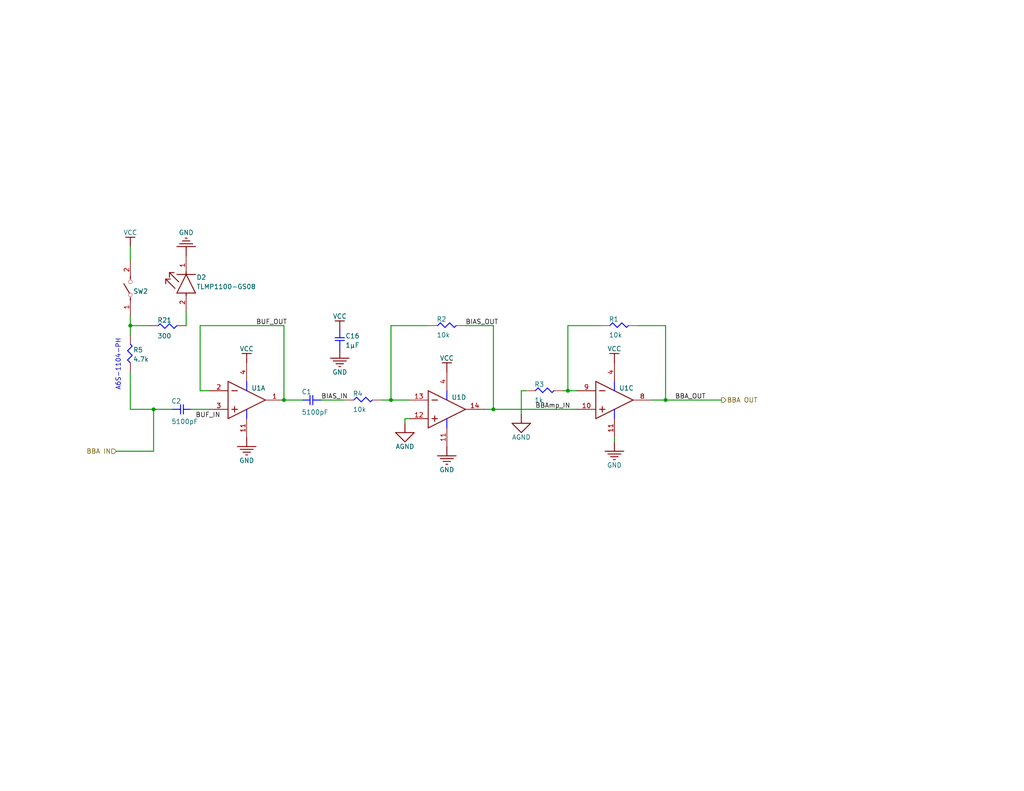
<source format=kicad_sch>
(kicad_sch (version 20230121) (generator eeschema)
  (paper "A")
  (lib_symbols
    (symbol "AcousticsSingleChannel-altium-import:AGND" (power)
      (property "Reference" "#PWR" (at 0 0 0))
      (property "Value" "AGND" (at 0 6.35 0))
      (symbol "AGND_0_0"
        (polyline (pts (xy 0 0) (xy 0 -2.54)) (stroke (width 0.254)))
        (polyline (pts (xy -2.54 -2.54) (xy 2.54 -2.54) (xy 0 -5.08) (xy -2.54 -2.54)) (stroke (width 0.254)))
        (pin power_in line (at 0 0 0) (length 0) hide (name "AGND") (number ""))
      )
    )
    (symbol "AcousticsSingleChannel-altium-import:BufferBiasAmp_0_ERJ-3EKF1001V"
      (symbol "BufferBiasAmp_0_ERJ-3EKF1001V_1_0"
        (polyline (pts (xy -1.778 0.762) (xy -2.54 0)) (stroke (width 0.254) (color 0 0 255 1)))
        (polyline (pts (xy -1.778 0.762) (xy -0.508 -0.508) (xy 0.762 0.762) (xy 2.032 -0.508) (xy 2.54 0)) (stroke (width 0.254) (color 0 0 255 1)))
        (pin passive line (at -5.08 0 0) (length 2.54) (name "1") (number "1"))
        (pin passive line (at 5.08 0 180) (length 2.54) (name "2") (number "2"))
      )
    )
    (symbol "AcousticsSingleChannel-altium-import:BufferBiasAmp_0_ERJ-3EKF1002V"
      (symbol "BufferBiasAmp_0_ERJ-3EKF1002V_1_0"
        (polyline (pts (xy -1.778 0.762) (xy -2.54 0)) (stroke (width 0.254) (color 0 0 255 1)))
        (polyline (pts (xy -1.778 0.762) (xy -0.508 -0.508) (xy 0.762 0.762) (xy 2.032 -0.508) (xy 2.54 0)) (stroke (width 0.254) (color 0 0 255 1)))
        (pin passive line (at -5.08 0 0) (length 2.54) (name "1") (number "1"))
        (pin passive line (at 5.08 0 180) (length 2.54) (name "2") (number "2"))
      )
    )
    (symbol "AcousticsSingleChannel-altium-import:BufferBiasAmp_0_TI-OPA16X4_4XXX-14"
      (symbol "BufferBiasAmp_0_TI-OPA16X4_4XXX-14_0_0"
        (pin power_in line (at 5.08 -15.24 90) (length 5.08) (name "V-") (number "11"))
        (pin power_in line (at 5.08 5.08 270) (length 5.08) (name "V+") (number "4"))
      )
      (symbol "BufferBiasAmp_0_TI-OPA16X4_4XXX-14_1_0"
        (polyline (pts (xy 0 -10.16) (xy 10.16 -5.08)) (stroke (width 0.254)))
        (polyline (pts (xy 0 0) (xy 0 -10.16)) (stroke (width 0.254)))
        (polyline (pts (xy 0 0) (xy 10.16 -5.08)) (stroke (width 0.254)))
        (polyline (pts (xy 1.016 -7.62) (xy 2.54 -7.62)) (stroke (width 0.254)))
        (polyline (pts (xy 1.016 -2.54) (xy 2.54 -2.54)) (stroke (width 0.254)))
        (polyline (pts (xy 1.778 -6.858) (xy 1.778 -8.382)) (stroke (width 0.254)))
        (polyline (pts (xy 5.08 -7.62) (xy 5.08 -10.16)) (stroke (width 0.254) (color 0 0 255 1)))
        (polyline (pts (xy 5.08 0) (xy 5.08 -2.54)) (stroke (width 0.254) (color 0 0 255 1)))
        (pin output line (at 15.24 -5.08 180) (length 5.08) (name "OUT_A") (number "1"))
        (pin input line (at -5.08 -2.54 0) (length 5.08) (name "IN_A-") (number "2"))
        (pin input line (at -5.08 -7.62 0) (length 5.08) (name "IN_A+") (number "3"))
      )
      (symbol "BufferBiasAmp_0_TI-OPA16X4_4XXX-14_2_0"
        (polyline (pts (xy 0 -10.16) (xy 10.16 -5.08)) (stroke (width 0.254)))
        (polyline (pts (xy 0 0) (xy 0 -10.16)) (stroke (width 0.254)))
        (polyline (pts (xy 0 0) (xy 10.16 -5.08)) (stroke (width 0.254)))
        (polyline (pts (xy 1.016 -7.62) (xy 2.54 -7.62)) (stroke (width 0.254)))
        (polyline (pts (xy 1.016 -2.54) (xy 2.54 -2.54)) (stroke (width 0.254)))
        (polyline (pts (xy 1.778 -6.858) (xy 1.778 -8.382)) (stroke (width 0.254)))
        (polyline (pts (xy 5.08 -7.62) (xy 5.08 -10.16)) (stroke (width 0.254) (color 0 0 255 1)))
        (polyline (pts (xy 5.08 0) (xy 5.08 -2.54)) (stroke (width 0.254) (color 0 0 255 1)))
        (pin input line (at -5.08 -7.62 0) (length 5.08) (name "IN_B+") (number "5"))
        (pin input line (at -5.08 -2.54 0) (length 5.08) (name "IN_B-") (number "6"))
        (pin output line (at 15.24 -5.08 180) (length 5.08) (name "OUT_B") (number "7"))
      )
      (symbol "BufferBiasAmp_0_TI-OPA16X4_4XXX-14_3_0"
        (polyline (pts (xy 0 -10.16) (xy 10.16 -5.08)) (stroke (width 0.254)))
        (polyline (pts (xy 0 0) (xy 0 -10.16)) (stroke (width 0.254)))
        (polyline (pts (xy 0 0) (xy 10.16 -5.08)) (stroke (width 0.254)))
        (polyline (pts (xy 1.016 -7.62) (xy 2.54 -7.62)) (stroke (width 0.254)))
        (polyline (pts (xy 1.016 -2.54) (xy 2.54 -2.54)) (stroke (width 0.254)))
        (polyline (pts (xy 1.778 -6.858) (xy 1.778 -8.382)) (stroke (width 0.254)))
        (polyline (pts (xy 5.08 -7.62) (xy 5.08 -10.16)) (stroke (width 0.254) (color 0 0 255 1)))
        (polyline (pts (xy 5.08 0) (xy 5.08 -2.54)) (stroke (width 0.254) (color 0 0 255 1)))
        (pin input line (at -5.08 -7.62 0) (length 5.08) (name "IN_C+") (number "10"))
        (pin output line (at 15.24 -5.08 180) (length 5.08) (name "OUT_C") (number "8"))
        (pin input line (at -5.08 -2.54 0) (length 5.08) (name "IN_C-") (number "9"))
      )
      (symbol "BufferBiasAmp_0_TI-OPA16X4_4XXX-14_4_0"
        (polyline (pts (xy 0 -10.16) (xy 10.16 -5.08)) (stroke (width 0.254)))
        (polyline (pts (xy 0 0) (xy 0 -10.16)) (stroke (width 0.254)))
        (polyline (pts (xy 0 0) (xy 10.16 -5.08)) (stroke (width 0.254)))
        (polyline (pts (xy 1.016 -7.62) (xy 2.54 -7.62)) (stroke (width 0.254)))
        (polyline (pts (xy 1.016 -2.54) (xy 2.54 -2.54)) (stroke (width 0.254)))
        (polyline (pts (xy 1.778 -6.858) (xy 1.778 -8.382)) (stroke (width 0.254)))
        (polyline (pts (xy 5.08 -7.62) (xy 5.08 -10.16)) (stroke (width 0.254) (color 0 0 255 1)))
        (polyline (pts (xy 5.08 0) (xy 5.08 -2.54)) (stroke (width 0.254) (color 0 0 255 1)))
        (pin input line (at -5.08 -7.62 0) (length 5.08) (name "IN_D+") (number "12"))
        (pin input line (at -5.08 -2.54 0) (length 5.08) (name "IN_D-") (number "13"))
        (pin output line (at 15.24 -5.08 180) (length 5.08) (name "OUT_D") (number "14"))
      )
    )
    (symbol "AcousticsSingleChannel-altium-import:BufferBiasAmp_1_8706943c75ba83719d021d2fdc84c58"
      (symbol "BufferBiasAmp_1_8706943c75ba83719d021d2fdc84c58_1_0"
        (polyline (pts (xy -5.588 8.89) (xy -5.588 7.62)) (stroke (width 0.254)))
        (polyline (pts (xy -5.588 8.89) (xy -4.318 8.89)) (stroke (width 0.254)))
        (polyline (pts (xy -4.572 10.668) (xy -4.572 9.398)) (stroke (width 0.254)))
        (polyline (pts (xy -4.572 10.668) (xy -3.302 10.668)) (stroke (width 0.254)))
        (polyline (pts (xy -3.048 6.35) (xy -5.588 8.89)) (stroke (width 0.254)))
        (polyline (pts (xy -2.54 5.08) (xy 0 10.16)) (stroke (width 0.254)))
        (polyline (pts (xy -2.54 5.08) (xy 2.54 5.08)) (stroke (width 0.254)))
        (polyline (pts (xy -2.54 10.16) (xy 2.54 10.16)) (stroke (width 0.254)))
        (polyline (pts (xy -2.032 8.128) (xy -4.572 10.668)) (stroke (width 0.254)))
        (polyline (pts (xy 0 5.08) (xy 0 4.318)) (stroke (width 0.254)))
        (polyline (pts (xy 0 10.16) (xy 0 10.922)) (stroke (width 0.254)))
        (polyline (pts (xy 2.54 5.08) (xy 0 10.16)) (stroke (width 0.254)))
        (pin passive line (at 0 15.24 270) (length 5.08) (name "C") (number "1"))
        (pin passive line (at 0 0 90) (length 5.08) (name "A") (number "2"))
      )
    )
    (symbol "AcousticsSingleChannel-altium-import:BufferBiasAmp_1_ERJ-3EKF4701V"
      (symbol "BufferBiasAmp_1_ERJ-3EKF4701V_1_0"
        (polyline (pts (xy -0.762 -1.778) (xy 0 -2.54)) (stroke (width 0.254) (color 0 0 255 1)))
        (polyline (pts (xy -0.762 -1.778) (xy 0.508 -0.508) (xy -0.762 0.762) (xy 0.508 2.032) (xy 0 2.54)) (stroke (width 0.254) (color 0 0 255 1)))
        (pin passive line (at 0 -5.08 90) (length 2.54) (name "1") (number "1"))
        (pin passive line (at 0 5.08 270) (length 2.54) (name "2") (number "2"))
      )
    )
    (symbol "AcousticsSingleChannel-altium-import:BufferBiasAmp_1_GRM1887U1H512JA01D"
      (symbol "BufferBiasAmp_1_GRM1887U1H512JA01D_1_0"
        (polyline (pts (xy -0.254 -1.27) (xy -0.254 1.27)) (stroke (width 0.254) (color 0 0 255 1)))
        (polyline (pts (xy -0.254 0) (xy -2.54 0)) (stroke (width 0.254) (color 0 0 255 1)))
        (polyline (pts (xy 0.508 -1.27) (xy 0.508 1.27)) (stroke (width 0.254) (color 0 0 255 1)))
        (polyline (pts (xy 2.54 0) (xy 0.508 0)) (stroke (width 0.254) (color 0 0 255 1)))
        (pin passive line (at -2.54 0 0) (length 0) (name "1") (number "1"))
        (pin passive line (at 2.54 0 180) (length 0) (name "2") (number "2"))
      )
    )
    (symbol "AcousticsSingleChannel-altium-import:BufferBiasAmp_1_Switch_Omron_A6S-1104-PH_eec"
      (symbol "BufferBiasAmp_1_Switch_Omron_A6S-1104-PH_eec_1_0"
        (circle (center 0 -1.778) (radius 0.508) (stroke (width 0.0001)))
        (polyline (pts (xy -0.254 -1.27) (xy -1.778 1.27)) (stroke (width 0.254)))
        (polyline (pts (xy 0 -2.54) (xy 0 -3.302)) (stroke (width 0.254)))
        (polyline (pts (xy 0 2.54) (xy 0 3.302)) (stroke (width 0.254)))
        (circle (center 0 1.778) (radius 0.508) (stroke (width 0.0001)))
        (pin passive line (at 0 -7.62 90) (length 5.08) (name "1") (number "1"))
        (pin passive line (at 0 7.62 270) (length 5.08) (name "2") (number "2"))
      )
    )
    (symbol "AcousticsSingleChannel-altium-import:BufferBiasAmp_2_ERJ-3EKF3000V"
      (symbol "BufferBiasAmp_2_ERJ-3EKF3000V_1_0"
        (polyline (pts (xy 1.778 -0.762) (xy 2.54 0)) (stroke (width 0.254) (color 0 0 255 1)))
        (polyline (pts (xy 1.778 -0.762) (xy 0.508 0.508) (xy -0.762 -0.762) (xy -2.032 0.508) (xy -2.54 0)) (stroke (width 0.254) (color 0 0 255 1)))
        (pin passive line (at 5.08 0 180) (length 2.54) (name "1") (number "1"))
        (pin passive line (at -5.08 0 0) (length 2.54) (name "2") (number "2"))
      )
    )
    (symbol "AcousticsSingleChannel-altium-import:BufferBiasAmp_2_GCM188R71C105KA64D"
      (symbol "BufferBiasAmp_2_GCM188R71C105KA64D_1_0"
        (polyline (pts (xy 0 -0.254) (xy 0 -2.54)) (stroke (width 0.254) (color 0 0 255 1)))
        (polyline (pts (xy 0 2.54) (xy 0 0.508)) (stroke (width 0.254) (color 0 0 255 1)))
        (polyline (pts (xy 1.27 -0.254) (xy -1.27 -0.254)) (stroke (width 0.254) (color 0 0 255 1)))
        (polyline (pts (xy 1.27 0.508) (xy -1.27 0.508)) (stroke (width 0.254) (color 0 0 255 1)))
        (pin passive line (at 0 -2.54 90) (length 0) (name "1") (number "1"))
        (pin passive line (at 0 2.54 270) (length 0) (name "2") (number "2"))
      )
    )
    (symbol "AcousticsSingleChannel-altium-import:BufferBiasAmp_3_GRM1887U1H512JA01D"
      (symbol "BufferBiasAmp_3_GRM1887U1H512JA01D_1_0"
        (polyline (pts (xy -2.54 0) (xy -0.508 0)) (stroke (width 0.254) (color 0 0 255 1)))
        (polyline (pts (xy -0.508 1.27) (xy -0.508 -1.27)) (stroke (width 0.254) (color 0 0 255 1)))
        (polyline (pts (xy 0.254 0) (xy 2.54 0)) (stroke (width 0.254) (color 0 0 255 1)))
        (polyline (pts (xy 0.254 1.27) (xy 0.254 -1.27)) (stroke (width 0.254) (color 0 0 255 1)))
        (pin passive line (at 2.54 0 180) (length 0) (name "1") (number "1"))
        (pin passive line (at -2.54 0 0) (length 0) (name "2") (number "2"))
      )
    )
    (symbol "AcousticsSingleChannel-altium-import:GND" (power)
      (property "Reference" "#PWR" (at 0 0 0))
      (property "Value" "GND" (at 0 6.35 0))
      (symbol "GND_0_0"
        (polyline (pts (xy -2.54 -2.54) (xy 2.54 -2.54)) (stroke (width 0.254)))
        (polyline (pts (xy -1.778 -3.302) (xy 1.778 -3.302)) (stroke (width 0.254)))
        (polyline (pts (xy -1.016 -4.064) (xy 1.016 -4.064)) (stroke (width 0.254)))
        (polyline (pts (xy -0.254 -4.826) (xy 0.254 -4.826)) (stroke (width 0.254)))
        (polyline (pts (xy 0 0) (xy 0 -2.54)) (stroke (width 0.254)))
        (pin power_in line (at 0 0 0) (length 0) hide (name "GND") (number ""))
      )
    )
    (symbol "AcousticsSingleChannel-altium-import:VCC" (power)
      (property "Reference" "#PWR" (at 0 0 0))
      (property "Value" "VCC" (at 0 3.81 0))
      (symbol "VCC_0_0"
        (polyline (pts (xy -1.27 -2.54) (xy 1.27 -2.54)) (stroke (width 0.254)))
        (polyline (pts (xy 0 0) (xy 0 -2.54)) (stroke (width 0.254)))
        (pin power_in line (at 0 0 0) (length 0) hide (name "VCC") (number ""))
      )
    )
  )
  (junction (at 154.94 106.68))
  (junction (at 77.47 109.22))
  (junction (at 106.68 109.22))
  (junction (at 181.61 109.22))
  (junction (at 41.91 111.76))
  (junction (at 134.62 111.76))
  (junction (at 35.56 88.9))
  (wire (pts (xy 54.61 106.68) (xy 57.15 106.68)) (stroke (width 0.254)))
  (wire (pts (xy 163.83 88.9) (xy 154.94 88.9)) (stroke (width 0.254)))
  (wire (pts (xy 143.51 106.68) (xy 142.24 106.68)) (stroke (width 0.254)))
  (wire (pts (xy 93.98 109.22) (xy 87.63 109.22)) (stroke (width 0.254)))
  (wire (pts (xy 134.62 88.9) (xy 127 88.9)) (stroke (width 0.254)))
  (wire (pts (xy 167.64 120.65) (xy 167.64 119.38)) (stroke (width 0.254)))
  (wire (pts (xy 181.61 88.9) (xy 181.61 109.22)) (stroke (width 0.254)))
  (wire (pts (xy 181.61 109.22) (xy 177.8 109.22)) (stroke (width 0.254)))
  (wire (pts (xy 41.91 123.19) (xy 31.75 123.19)) (stroke (width 0.254)))
  (wire (pts (xy 106.68 109.22) (xy 111.76 109.22)) (stroke (width 0.254)))
  (wire (pts (xy 173.99 88.9) (xy 181.61 88.9)) (stroke (width 0.254)))
  (wire (pts (xy 77.47 88.9) (xy 54.61 88.9)) (stroke (width 0.254)))
  (wire (pts (xy 111.76 114.3) (xy 110.49 114.3)) (stroke (width 0.254)))
  (wire (pts (xy 41.91 111.76) (xy 41.91 123.19)) (stroke (width 0.254)))
  (wire (pts (xy 106.68 88.9) (xy 116.84 88.9)) (stroke (width 0.254)))
  (wire (pts (xy 134.62 111.76) (xy 134.62 88.9)) (stroke (width 0.254)))
  (wire (pts (xy 134.62 111.76) (xy 157.48 111.76)) (stroke (width 0.254)))
  (wire (pts (xy 35.56 111.76) (xy 41.91 111.76)) (stroke (width 0.254)))
  (wire (pts (xy 35.56 67.31) (xy 35.56 71.12)) (stroke (width 0.254)))
  (wire (pts (xy 106.68 109.22) (xy 106.68 88.9)) (stroke (width 0.254)))
  (wire (pts (xy 154.94 106.68) (xy 157.48 106.68)) (stroke (width 0.254)))
  (wire (pts (xy 142.24 106.68) (xy 142.24 113.03)) (stroke (width 0.254)))
  (wire (pts (xy 132.08 111.76) (xy 134.62 111.76)) (stroke (width 0.254)))
  (wire (pts (xy 40.64 88.9) (xy 35.56 88.9)) (stroke (width 0.254)))
  (wire (pts (xy 110.49 114.3) (xy 110.49 115.57)) (stroke (width 0.254)))
  (wire (pts (xy 104.14 109.22) (xy 106.68 109.22)) (stroke (width 0.254)))
  (wire (pts (xy 77.47 109.22) (xy 77.47 88.9)) (stroke (width 0.254)))
  (wire (pts (xy 35.56 88.9) (xy 35.56 91.44)) (stroke (width 0.254)))
  (wire (pts (xy 35.56 101.6) (xy 35.56 111.76)) (stroke (width 0.254)))
  (wire (pts (xy 181.61 109.22) (xy 196.85 109.22)) (stroke (width 0.254)))
  (wire (pts (xy 54.61 88.9) (xy 54.61 106.68)) (stroke (width 0.254)))
  (wire (pts (xy 41.91 111.76) (xy 46.99 111.76)) (stroke (width 0.254)))
  (wire (pts (xy 154.94 88.9) (xy 154.94 106.68)) (stroke (width 0.254)))
  (wire (pts (xy 50.8 88.9) (xy 50.8 85.09)) (stroke (width 0.254)))
  (wire (pts (xy 52.07 111.76) (xy 57.15 111.76)) (stroke (width 0.254)))
  (wire (pts (xy 154.94 106.68) (xy 153.67 106.68)) (stroke (width 0.254)))
  (wire (pts (xy 35.56 86.36) (xy 35.56 88.9)) (stroke (width 0.254)))
  (wire (pts (xy 82.55 109.22) (xy 77.47 109.22)) (stroke (width 0.254)))
  (text "A6S-1104-PH" (at 33.02 106.68 90) (effects (font (size 1.27 1.27)) (justify left bottom)))
  (label "BUF_IN" (at 53.34 114.3 0))
  (label "BBAmp_IN" (at 146.05 111.76 0))
  (label "BIAS_IN" (at 87.63 109.22 0))
  (label "BIAS_OUT" (at 127 88.9 0))
  (label "BUF_OUT" (at 69.85 88.9 0))
  (label "BBA_OUT" (at 184.15 109.22 0))
  (hierarchical_label "BBA OUT" (shape output) (at 196.85 109.22 0))
  (hierarchical_label "BBA IN" (shape input) (at 31.75 123.19 180))
  (symbol (lib_id "AcousticsSingleChannel-altium-import:BufferBiasAmp_2_ERJ-3EKF3000V") (at 45.72 88.9 0) (unit 1)
    (property "Reference" "R21" (at 42.926 88.138 0) (effects (justify left bottom)))
    (property "Value" "300" (at 42.926 92.456 0) (effects (justify left bottom)))
    (property "Footprint" "AltiumImports:SMD-0603-RES" (effects hide))
    (property "MANUFACTURER" "Panasonic Electronic Components" (effects hide))
    (property "ALTIUM_VALUE" "300" (effects hide))
    (property "OPERATING TEMPERATURE" "-55°C ~ 155°C" (effects hide))
    (property "PACKAGE / CASE" "0603 (1608 Metric)" (effects hide))
    (property "DATASHEET LINK" "https://www.digikey.com/en/products/detail/panasonic-electronic-components/ERJ-3EKF3000V/1746363" (effects hide))
    (property "MANUFACTURER PART NUMBER" "ERJ-3EKF3000V" (effects hide))
  )
  (symbol (lib_id "AcousticsSingleChannel-altium-import:BufferBiasAmp_2_GCM188R71C105KA64D") (at 92.71 92.71 0) (unit 1)
    (property "Reference" "C16" (at 94.234 92.456 0) (effects (justify left bottom)))
    (property "Value" "1µF" (at 94.234 94.996 0) (effects (justify left bottom)))
    (property "Footprint" "AltiumImports:SMD-0603C" (effects hide))
    (property "MANUFACTURER" "Samsung Electro-Mechanics" (effects hide))
    (property "ALTIUM_VALUE" "1µF" (effects hide))
    (property "OPERATING TEMPERATURE" "-55°C ~ 125°C" (effects hide))
    (property "PACKAGE / CASE" "0603 (1608 Metric)" (effects hide))
    (property "DATASHEET LINK" "https://www.digikey.com/en/products/detail/samsung-electro-mechanics/CL10A105KA8NNNC/3886760" (effects hide))
    (property "MANUFACTURER PART NUMBER" "CL10A105KA8NNNC" (effects hide))
  )
  (symbol (lib_id "AcousticsSingleChannel-altium-import:BufferBiasAmp_1_GRM1887U1H512JA01D") (at 49.53 111.76 0) (unit 1)
    (property "Reference" "C2" (at 46.736 110.236 0) (effects (justify left bottom)))
    (property "Value" "5100pF" (at 46.736 115.824 0) (effects (justify left bottom)))
    (property "Footprint" "AltiumImports:SMD-0603C" (effects hide))
    (property "DATASHEETS" "http://www.murata.com/~/media/webrenewal/support/library/catalog/products/capacitor/mlcc/c02e.pdf" (effects hide))
    (property "IMAGE" "//media.digikey.com/Renders/Murata%20Renders/ZRB-SERIES-0402.jpg" (effects hide))
    (property "DIGI-KEY PART NUMBER" "490-6399-1-ND" (effects hide))
    (property "PART NUMBER" "GRM1887U1H512JA01D" (effects hide))
    (property "MANUFACTURER" "Murata Electronics North America" (effects hide))
    (property "QUANTITY AVAILABLE" "12288" (effects hide))
    (property "FACTORY STOCK" "0" (effects hide))
    (property "UNIT PRICE (USD)" "0.2" (effects hide))
    (property "@ QTY" "0" (effects hide))
    (property "MINIMUM QUANTITY" "1" (effects hide))
    (property "PACKAGING" "Cut Tape (CT)" (effects hide))
    (property "SERIES" "GRM" (effects hide))
    (property "PART STATUS" "Active" (effects hide))
    (property "ALTIUM_VALUE" "5100pF" (effects hide))
    (property "TOLERANCE" "±5%" (effects hide))
    (property "VOLTAGE" "50V" (effects hide))
    (property "TEMPERATURE COEFFICIENT" "U2J" (effects hide))
    (property "OPERATING TEMPERATURE" "-55°C ~ 125°C" (effects hide))
    (property "FEATURES" "-" (effects hide))
    (property "RATINGS" "-" (effects hide))
    (property "APPLICATIONS" "General Purpose" (effects hide))
    (property "MOUNTING TYPE" "Surface Mount, MLCC" (effects hide))
    (property "PACKAGE / CASE" "0603 (1608 Metric)" (effects hide))
    (property "SIZE / DIMENSION" "0.063\" L x 0.031\" W (1.60mm x 0.80mm)" (effects hide))
    (property "HEIGHT - SEATED (MAX)" "-" (effects hide))
    (property "THICKNESS (MAX)" "0.035\" (0.90mm)" (effects hide))
    (property "LEAD SPACING" "-" (effects hide))
    (property "LEAD STYLE" "-" (effects hide))
  )
  (symbol (lib_id "AcousticsSingleChannel-altium-import:VCC") (at 167.64 99.06 180) (unit 1)
    (property "Reference" "#PWR0144" (effects hide))
    (property "Value" "VCC" (at 167.64 95.25 0))
  )
  (symbol (lib_id "AcousticsSingleChannel-altium-import:BufferBiasAmp_1_8706943c75ba83719d021d2fdc84c58") (at 50.8 85.09 0) (unit 1)
    (property "Reference" "D2" (at 53.594 76.454 0) (effects (justify left bottom)))
    (property "Value" "TLMP1100-GS08" (at 53.594 78.994 0) (effects (justify left bottom)))
    (property "Footprint" "AltiumImports:FP-6_541-5056_01-4-MFG" (effects hide))
    (property "DIGIKEY DESCRIPTION" "LED GREEN 0603 SMD" (effects hide))
    (property "PACKAGE" "6.541-5056.01-4" (effects hide))
    (property "AMBIENT TEMPERATURE RANGE HIGH" "+100°C" (effects hide))
    (property "HEIGHT" "0.65mm" (effects hide))
    (property "DEVICE CLASS L1" "Optoelectronics" (effects hide))
    (property "DEVICE CLASS L2" "LEDs" (effects hide))
    (property "DESCRIPTION" "Green 561nm LED Indication - Discrete 2.1V 0603 (1608 Metric)" (effects hide))
    (property "MAX JUNCTION TEMP" "+120°C" (effects hide))
    (property "MOUSER DESCRIPTION" "Standard LEDs - SMD Pure Green" (effects hide))
    (property "TEMPERATURE RANGE HIGH" "+120°C" (effects hide))
    (property "AUTOMOTIVE GRADE" "Grade 3" (effects hide))
    (property "ROHS" "TRUE" (effects hide))
    (property "AMBIENT TEMPERATURE RANGE LOW" "-40°C" (effects hide))
    (property "TEMPERATURE" "to +120°C" (effects hide))
    (property "REVERSE VOLTAGE" "6V" (effects hide))
    (property "MANUFACTURER PART NUMBER" "TLMP1100-GS08" (effects hide))
    (property "LED ORIENTATION" "Top View" (effects hide))
    (property "COMPONENTLINK2URL" "http://www.vishay.com/docs/83173/tlmb1100.pdf" (effects hide))
    (property "FORWARD VOLTAGE" "2.1V" (effects hide))
    (property "LEAD FREE" "Yes" (effects hide))
    (property "MANUFACTURER" "Vishay" (effects hide))
    (property "OCTOPART" "https://octopart.com/tlmp1100-gs08-vishay-55433993" (effects hide))
    (property "LUMINOUS INTENSITY" "15mcd" (effects hide))
    (property "FORWARD CURRENT" "20mA" (effects hide))
    (property "COLOUR" "Pure green" (effects hide))
    (property "AUTOMOTIVE" "Yes" (effects hide))
    (property "PEAK EMMISION WAVELENGTH" "562nm" (effects hide))
    (property "DEVICE CLASS L3" "unset" (effects hide))
    (property "WAVELENGTH" "561nm" (effects hide))
    (property "VIEWING ANGLE" "160°" (effects hide))
    (property "POWER DISSIPATION" "90mW" (effects hide))
    (property "COMPONENTLINK2DESCRIPTION" "Datasheet" (effects hide))
    (property "CATEGORY" "Diode" (effects hide))
  )
  (symbol (lib_id "AcousticsSingleChannel-altium-import:VCC") (at 121.92 101.6 180) (unit 1)
    (property "Reference" "#PWR0143" (effects hide))
    (property "Value" "VCC" (at 121.92 97.79 0))
  )
  (symbol (lib_id "AcousticsSingleChannel-altium-import:BufferBiasAmp_1_ERJ-3EKF4701V") (at 35.56 96.52 0) (unit 1)
    (property "Reference" "R5" (at 36.322 96.266 0) (effects (justify left bottom)))
    (property "Value" "4.7k" (at 36.322 98.806 0) (effects (justify left bottom)))
    (property "Footprint" "AltiumImports:SMD-0603-RES" (effects hide))
    (property "MANUFACTURER" "Panasonic Electronic Components" (effects hide))
    (property "ALTIUM_VALUE" "4.7k" (effects hide))
    (property "OPERATING TEMPERATURE" "-55°C ~ 155°C" (effects hide))
    (property "PACKAGE / CASE" "0603 (1608 Metric)" (effects hide))
    (property "DATASHEET LINK" "https://www.digikey.com/en/products/detail/panasonic-electronic-components/ERJ-3EKF4701V/1746419" (effects hide))
    (property "MANUFACTURER PART NUMBER" "ERJ-3EKF4701V" (effects hide))
  )
  (symbol (lib_id "AcousticsSingleChannel-altium-import:BufferBiasAmp_0_ERJ-3EKF1002V") (at 99.06 109.22 0) (unit 1)
    (property "Reference" "R4" (at 96.266 108.204 0) (effects (justify left bottom)))
    (property "Value" "10k" (at 96.266 112.522 0) (effects (justify left bottom)))
    (property "Footprint" "AltiumImports:SMD-0603-RES" (effects hide))
    (property "MANUFACTURER" "Panasonic Electronic Components" (effects hide))
    (property "ALTIUM_VALUE" "10k" (effects hide))
    (property "OPERATING TEMPERATURE" "-55°C ~ 155°C" (effects hide))
    (property "PACKAGE / CASE" "0603 (1608 Metric)" (effects hide))
    (property "DATASHEET LINK" "https://www.digikey.com/en/products/detail/stackpole-electronics-inc/RNCP0603FTD10K0/2240139" (effects hide))
    (property "MANUFACTURER PART NUMBER" "RNCP0603FTD10K0" (effects hide))
  )
  (symbol (lib_id "AcousticsSingleChannel-altium-import:GND") (at 121.92 121.92 0) (unit 1)
    (property "Reference" "#PWR0145" (effects hide))
    (property "Value" "GND" (at 121.92 128.27 0))
  )
  (symbol (lib_id "AcousticsSingleChannel-altium-import:BufferBiasAmp_0_ERJ-3EKF1001V") (at 148.59 106.68 0) (unit 1)
    (property "Reference" "R3" (at 145.796 105.664 0) (effects (justify left bottom)))
    (property "Value" "1k" (at 145.796 109.982 0) (effects (justify left bottom)))
    (property "Footprint" "AltiumImports:SMD-0603-RES" (effects hide))
    (property "MANUFACTURER" "Stackpole Electronics Inc" (effects hide))
    (property "ALTIUM_VALUE" "1k" (effects hide))
    (property "OPERATING TEMPERATURE" "-55°C ~ 155°C" (effects hide))
    (property "PACKAGE / CASE" "0603 (1608 Metric)" (effects hide))
    (property "DATASHEET LINK" "https://www.digikey.com/en/products/detail/stackpole-electronics-inc/RNCP0603FTD1K00/2240106" (effects hide))
    (property "MANUFACTURER PART NUMBER" "RNCP0603FTD1K00" (effects hide))
  )
  (symbol (lib_id "AcousticsSingleChannel-altium-import:GND") (at 92.71 95.25 0) (unit 1)
    (property "Reference" "#PWR0137" (effects hide))
    (property "Value" "GND" (at 92.71 101.6 0))
  )
  (symbol (lib_id "AcousticsSingleChannel-altium-import:VCC") (at 35.56 67.31 180) (unit 1)
    (property "Reference" "#PWR0139" (effects hide))
    (property "Value" "VCC" (at 35.56 63.5 0))
  )
  (symbol (lib_id "AcousticsSingleChannel-altium-import:BufferBiasAmp_0_TI-OPA16X4_4XXX-14") (at 62.23 104.14 0) (unit 1)
    (property "Reference" "U1" (at 68.58 106.68 0) (effects (justify left bottom)))
    (property "Value" "OPA1604AIPWR" (effects hide))
    (property "Footprint" "AltiumImports:PW0014A_N" (effects hide))
    (property "MANUFACTURER" "Texas Instruments" (effects hide))
    (property "DATASHEET LINK" "https://www.digikey.com/en/products/detail/texas-instruments/OPA1604AIPWR/2793768" (effects hide))
    (property "MANUFACTURER PART NUMBER" "OPA1604AIPWR" (effects hide))
    (property "OPERATING TEMPERATURE" "-40°C ~ 85°C" (effects hide))
    (property "PACKAGE / CASE" "14-TSSOP" (effects hide))
  )
  (symbol (lib_id "AcousticsSingleChannel-altium-import:GND") (at 67.31 119.38 0) (unit 1)
    (property "Reference" "#PWR0135" (effects hide))
    (property "Value" "GND" (at 67.31 125.73 0))
  )
  (symbol (lib_id "AcousticsSingleChannel-altium-import:AGND") (at 142.24 113.03 0) (unit 1)
    (property "Reference" "#PWR0142" (effects hide))
    (property "Value" "AGND" (at 142.24 119.38 0))
  )
  (symbol (lib_id "AcousticsSingleChannel-altium-import:BufferBiasAmp_0_TI-OPA16X4_4XXX-14") (at 162.56 104.14 0) (unit 3)
    (property "Reference" "U1" (at 168.91 106.68 0) (effects (justify left bottom)))
    (property "Value" "OPA1604AIPWR" (effects hide))
    (property "Footprint" "AltiumImports:PW0014A_N" (effects hide))
    (property "MANUFACTURER" "Texas Instruments" (effects hide))
    (property "DATASHEET LINK" "https://www.digikey.com/en/products/detail/texas-instruments/OPA1604AIPWR/2793768" (effects hide))
    (property "MANUFACTURER PART NUMBER" "OPA1604AIPWR" (effects hide))
    (property "OPERATING TEMPERATURE" "-40°C ~ 85°C" (effects hide))
    (property "PACKAGE / CASE" "14-TSSOP" (effects hide))
  )
  (symbol (lib_id "AcousticsSingleChannel-altium-import:BufferBiasAmp_0_ERJ-3EKF1002V") (at 168.91 88.9 0) (unit 1)
    (property "Reference" "R1" (at 166.116 87.884 0) (effects (justify left bottom)))
    (property "Value" "10k" (at 166.116 92.202 0) (effects (justify left bottom)))
    (property "Footprint" "AltiumImports:SMD-0603-RES" (effects hide))
    (property "MANUFACTURER" "Panasonic Electronic Components" (effects hide))
    (property "ALTIUM_VALUE" "10k" (effects hide))
    (property "OPERATING TEMPERATURE" "-55°C ~ 155°C" (effects hide))
    (property "PACKAGE / CASE" "0603 (1608 Metric)" (effects hide))
    (property "DATASHEET LINK" "https://www.digikey.com/en/products/detail/stackpole-electronics-inc/RNCP0603FTD10K0/2240139" (effects hide))
    (property "MANUFACTURER PART NUMBER" "RNCP0603FTD10K0" (effects hide))
  )
  (symbol (lib_id "AcousticsSingleChannel-altium-import:GND") (at 167.64 120.65 0) (unit 1)
    (property "Reference" "#PWR0141" (effects hide))
    (property "Value" "GND" (at 167.64 127 0))
  )
  (symbol (lib_id "AcousticsSingleChannel-altium-import:VCC") (at 92.71 90.17 180) (unit 1)
    (property "Reference" "#PWR0136" (effects hide))
    (property "Value" "VCC" (at 92.71 86.36 0))
  )
  (symbol (lib_id "AcousticsSingleChannel-altium-import:AGND") (at 110.49 115.57 0) (unit 1)
    (property "Reference" "#PWR0146" (effects hide))
    (property "Value" "AGND" (at 110.49 121.92 0))
  )
  (symbol (lib_id "AcousticsSingleChannel-altium-import:VCC") (at 67.31 99.06 180) (unit 1)
    (property "Reference" "#PWR0138" (effects hide))
    (property "Value" "VCC" (at 67.31 95.25 0))
  )
  (symbol (lib_id "AcousticsSingleChannel-altium-import:GND") (at 50.8 69.85 180) (unit 1)
    (property "Reference" "#PWR0140" (effects hide))
    (property "Value" "GND" (at 50.8 63.5 0))
  )
  (symbol (lib_id "AcousticsSingleChannel-altium-import:BufferBiasAmp_3_GRM1887U1H512JA01D") (at 85.09 109.22 0) (unit 1)
    (property "Reference" "C1" (at 82.296 107.696 0) (effects (justify left bottom)))
    (property "Value" "5100pF" (at 82.296 113.284 0) (effects (justify left bottom)))
    (property "Footprint" "AltiumImports:SMD-0603C" (effects hide))
    (property "MANUFACTURER" "Murata Electronics North America" (effects hide))
    (property "ALTIUM_VALUE" "5100pF" (effects hide))
    (property "OPERATING TEMPERATURE" "-55°C ~ 125°C" (effects hide))
    (property "PACKAGE / CASE" "0603 (1608 Metric)" (effects hide))
    (property "DATASHEET LINK" "https://www.digikey.com/en/products/detail/murata-electronics/GRM1887U1H512JA01D/2612102" (effects hide))
    (property "MANUFACTURER PART NUMBER" "GRM1887U1H512JA01D" (effects hide))
  )
  (symbol (lib_id "AcousticsSingleChannel-altium-import:BufferBiasAmp_0_ERJ-3EKF1002V") (at 121.92 88.9 0) (unit 1)
    (property "Reference" "R2" (at 119.126 87.884 0) (effects (justify left bottom)))
    (property "Value" "10k" (at 119.126 92.202 0) (effects (justify left bottom)))
    (property "Footprint" "AltiumImports:SMD-0603-RES" (effects hide))
    (property "MANUFACTURER" "Panasonic Electronic Components" (effects hide))
    (property "ALTIUM_VALUE" "10k" (effects hide))
    (property "OPERATING TEMPERATURE" "-55°C ~ 155°C" (effects hide))
    (property "PACKAGE / CASE" "0603 (1608 Metric)" (effects hide))
    (property "DATASHEET LINK" "https://www.digikey.com/en/products/detail/stackpole-electronics-inc/RNCP0603FTD10K0/2240139" (effects hide))
    (property "MANUFACTURER PART NUMBER" "RNCP0603FTD10K0" (effects hide))
  )
  (symbol (lib_id "AcousticsSingleChannel-altium-import:BufferBiasAmp_1_Switch_Omron_A6S-1104-PH_eec") (at 35.56 78.74 0) (unit 1)
    (property "Reference" "SW2" (at 36.322 80.264 0) (effects (justify left bottom)))
    (property "Value" "Switch_Omron_A6S-1104-PH_eec" (effects hide))
    (property "Footprint" "AltiumImports:Omron_A6S-1104-PH_0" (effects hide))
    (property "PART NUMBER" "A6S-1104-PH" (effects hide))
    (property "HELPURL" "https://upverter.com/upn/revision/12a774d2564c312a/" (effects hide))
    (property "COMPONENTLINK2DESCRIPTION" "Datasheet" (effects hide))
    (property "TEMPERATURE" "-20°C to +70°C" (effects hide))
    (property "PACKAGE" "SMT_SW" (effects hide))
    (property "SUPPLIER 2" "Mouser" (effects hide))
    (property "PRICE" "1.25010001648" (effects hide))
    (property "SUPPLIER 1" "Digi-Key" (effects hide))
    (property "COMPONENTLINK1URL" "https://upverter.com/upn/revision/12a774d2564c312a/" (effects hide))
    (property "SUPPLIER PART NUMBER 2" "653-A6S1104PH" (effects hide))
    (property "SUPPLIER PART NUMBER 1" "A6S-1104-PH-ND" (effects hide))
    (property "VOLTAGE" "24V" (effects hide))
    (property "MANUFACTURER" "Omron" (effects hide))
    (property "COMPONENTLINK1DESCRIPTION" "Upverter" (effects hide))
    (property "COMPONENTLINK2URL" "http://www.omron.com/ecb/products/pdf/en-a6s.pdf" (effects hide))
    (property "ROHS" "TRUE" (effects hide))
    (property "MOUSER PART NUMBER" "653-A6S1104PH" (effects hide))
    (property "TEMPERATURE RANGE HIGH" "+70°C" (effects hide))
    (property "DIGIKEY DESCRIPTION" "SWITCH SLIDE DIP SPST 25MA 24V" (effects hide))
    (property "DIGIKEY PART NUMBER" "A6S-1104-PH-ND" (effects hide))
    (property "LEAD FREE" "yes" (effects hide))
    (property "TEMPERATURE RANGE LOW" "-20°C" (effects hide))
  )
  (symbol (lib_id "AcousticsSingleChannel-altium-import:BufferBiasAmp_0_TI-OPA16X4_4XXX-14") (at 116.84 106.68 0) (unit 4)
    (property "Reference" "U1" (at 123.19 109.22 0) (effects (justify left bottom)))
    (property "Value" "OPA1604AIPWR" (effects hide))
    (property "Footprint" "AltiumImports:PW0014A_N" (effects hide))
    (property "MANUFACTURER" "Texas Instruments" (effects hide))
    (property "DATASHEET LINK" "https://www.digikey.com/en/products/detail/texas-instruments/OPA1604AIPWR/2793768" (effects hide))
    (property "MANUFACTURER PART NUMBER" "OPA1604AIPWR" (effects hide))
    (property "OPERATING TEMPERATURE" "-40°C ~ 85°C" (effects hide))
    (property "PACKAGE / CASE" "14-TSSOP" (effects hide))
  )
)
</source>
